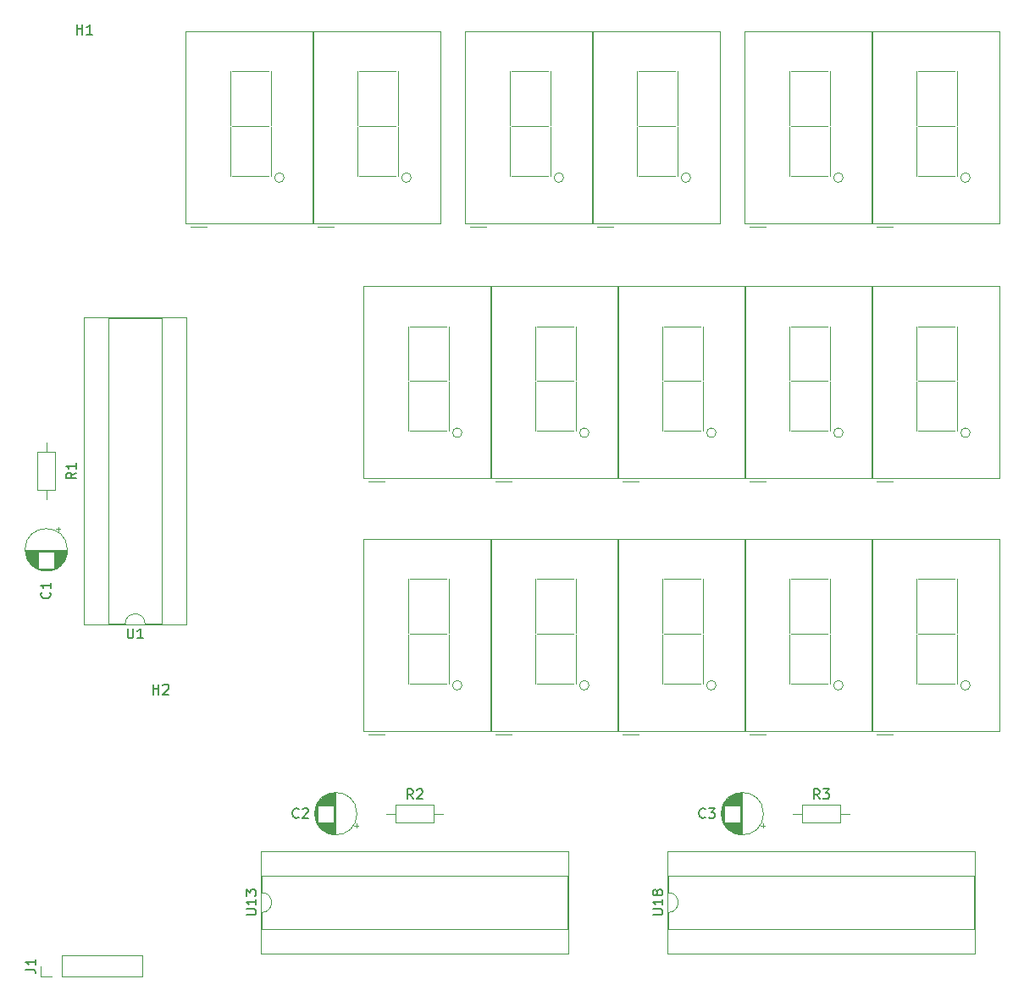
<source format=gto>
%TF.GenerationSoftware,KiCad,Pcbnew,7.0.8*%
%TF.CreationDate,2023-10-10T00:58:14-07:00*%
%TF.ProjectId,htpm_control_numericals,6874706d-5f63-46f6-9e74-726f6c5f6e75,1*%
%TF.SameCoordinates,Original*%
%TF.FileFunction,Legend,Top*%
%TF.FilePolarity,Positive*%
%FSLAX46Y46*%
G04 Gerber Fmt 4.6, Leading zero omitted, Abs format (unit mm)*
G04 Created by KiCad (PCBNEW 7.0.8) date 2023-10-10 00:58:14*
%MOMM*%
%LPD*%
G01*
G04 APERTURE LIST*
%ADD10C,0.150000*%
%ADD11C,0.120000*%
G04 APERTURE END LIST*
D10*
X108458095Y-109984819D02*
X108458095Y-108984819D01*
X108458095Y-109461009D02*
X109029523Y-109461009D01*
X109029523Y-109984819D02*
X109029523Y-108984819D01*
X109458095Y-109080057D02*
X109505714Y-109032438D01*
X109505714Y-109032438D02*
X109600952Y-108984819D01*
X109600952Y-108984819D02*
X109839047Y-108984819D01*
X109839047Y-108984819D02*
X109934285Y-109032438D01*
X109934285Y-109032438D02*
X109981904Y-109080057D01*
X109981904Y-109080057D02*
X110029523Y-109175295D01*
X110029523Y-109175295D02*
X110029523Y-109270533D01*
X110029523Y-109270533D02*
X109981904Y-109413390D01*
X109981904Y-109413390D02*
X109410476Y-109984819D01*
X109410476Y-109984819D02*
X110029523Y-109984819D01*
X100838095Y-43944819D02*
X100838095Y-42944819D01*
X100838095Y-43421009D02*
X101409523Y-43421009D01*
X101409523Y-43944819D02*
X101409523Y-42944819D01*
X102409523Y-43944819D02*
X101838095Y-43944819D01*
X102123809Y-43944819D02*
X102123809Y-42944819D01*
X102123809Y-42944819D02*
X102028571Y-43087676D01*
X102028571Y-43087676D02*
X101933333Y-43182914D01*
X101933333Y-43182914D02*
X101838095Y-43230533D01*
X134453333Y-120454819D02*
X134120000Y-119978628D01*
X133881905Y-120454819D02*
X133881905Y-119454819D01*
X133881905Y-119454819D02*
X134262857Y-119454819D01*
X134262857Y-119454819D02*
X134358095Y-119502438D01*
X134358095Y-119502438D02*
X134405714Y-119550057D01*
X134405714Y-119550057D02*
X134453333Y-119645295D01*
X134453333Y-119645295D02*
X134453333Y-119788152D01*
X134453333Y-119788152D02*
X134405714Y-119883390D01*
X134405714Y-119883390D02*
X134358095Y-119931009D01*
X134358095Y-119931009D02*
X134262857Y-119978628D01*
X134262857Y-119978628D02*
X133881905Y-119978628D01*
X134834286Y-119550057D02*
X134881905Y-119502438D01*
X134881905Y-119502438D02*
X134977143Y-119454819D01*
X134977143Y-119454819D02*
X135215238Y-119454819D01*
X135215238Y-119454819D02*
X135310476Y-119502438D01*
X135310476Y-119502438D02*
X135358095Y-119550057D01*
X135358095Y-119550057D02*
X135405714Y-119645295D01*
X135405714Y-119645295D02*
X135405714Y-119740533D01*
X135405714Y-119740533D02*
X135358095Y-119883390D01*
X135358095Y-119883390D02*
X134786667Y-120454819D01*
X134786667Y-120454819D02*
X135405714Y-120454819D01*
X175093333Y-120454819D02*
X174760000Y-119978628D01*
X174521905Y-120454819D02*
X174521905Y-119454819D01*
X174521905Y-119454819D02*
X174902857Y-119454819D01*
X174902857Y-119454819D02*
X174998095Y-119502438D01*
X174998095Y-119502438D02*
X175045714Y-119550057D01*
X175045714Y-119550057D02*
X175093333Y-119645295D01*
X175093333Y-119645295D02*
X175093333Y-119788152D01*
X175093333Y-119788152D02*
X175045714Y-119883390D01*
X175045714Y-119883390D02*
X174998095Y-119931009D01*
X174998095Y-119931009D02*
X174902857Y-119978628D01*
X174902857Y-119978628D02*
X174521905Y-119978628D01*
X175426667Y-119454819D02*
X176045714Y-119454819D01*
X176045714Y-119454819D02*
X175712381Y-119835771D01*
X175712381Y-119835771D02*
X175855238Y-119835771D01*
X175855238Y-119835771D02*
X175950476Y-119883390D01*
X175950476Y-119883390D02*
X175998095Y-119931009D01*
X175998095Y-119931009D02*
X176045714Y-120026247D01*
X176045714Y-120026247D02*
X176045714Y-120264342D01*
X176045714Y-120264342D02*
X175998095Y-120359580D01*
X175998095Y-120359580D02*
X175950476Y-120407200D01*
X175950476Y-120407200D02*
X175855238Y-120454819D01*
X175855238Y-120454819D02*
X175569524Y-120454819D01*
X175569524Y-120454819D02*
X175474286Y-120407200D01*
X175474286Y-120407200D02*
X175426667Y-120359580D01*
X117774819Y-132048094D02*
X118584342Y-132048094D01*
X118584342Y-132048094D02*
X118679580Y-132000475D01*
X118679580Y-132000475D02*
X118727200Y-131952856D01*
X118727200Y-131952856D02*
X118774819Y-131857618D01*
X118774819Y-131857618D02*
X118774819Y-131667142D01*
X118774819Y-131667142D02*
X118727200Y-131571904D01*
X118727200Y-131571904D02*
X118679580Y-131524285D01*
X118679580Y-131524285D02*
X118584342Y-131476666D01*
X118584342Y-131476666D02*
X117774819Y-131476666D01*
X118774819Y-130476666D02*
X118774819Y-131048094D01*
X118774819Y-130762380D02*
X117774819Y-130762380D01*
X117774819Y-130762380D02*
X117917676Y-130857618D01*
X117917676Y-130857618D02*
X118012914Y-130952856D01*
X118012914Y-130952856D02*
X118060533Y-131048094D01*
X117774819Y-130143332D02*
X117774819Y-129524285D01*
X117774819Y-129524285D02*
X118155771Y-129857618D01*
X118155771Y-129857618D02*
X118155771Y-129714761D01*
X118155771Y-129714761D02*
X118203390Y-129619523D01*
X118203390Y-129619523D02*
X118251009Y-129571904D01*
X118251009Y-129571904D02*
X118346247Y-129524285D01*
X118346247Y-129524285D02*
X118584342Y-129524285D01*
X118584342Y-129524285D02*
X118679580Y-129571904D01*
X118679580Y-129571904D02*
X118727200Y-129619523D01*
X118727200Y-129619523D02*
X118774819Y-129714761D01*
X118774819Y-129714761D02*
X118774819Y-130000475D01*
X118774819Y-130000475D02*
X118727200Y-130095713D01*
X118727200Y-130095713D02*
X118679580Y-130143332D01*
X105918095Y-103384819D02*
X105918095Y-104194342D01*
X105918095Y-104194342D02*
X105965714Y-104289580D01*
X105965714Y-104289580D02*
X106013333Y-104337200D01*
X106013333Y-104337200D02*
X106108571Y-104384819D01*
X106108571Y-104384819D02*
X106299047Y-104384819D01*
X106299047Y-104384819D02*
X106394285Y-104337200D01*
X106394285Y-104337200D02*
X106441904Y-104289580D01*
X106441904Y-104289580D02*
X106489523Y-104194342D01*
X106489523Y-104194342D02*
X106489523Y-103384819D01*
X107489523Y-104384819D02*
X106918095Y-104384819D01*
X107203809Y-104384819D02*
X107203809Y-103384819D01*
X107203809Y-103384819D02*
X107108571Y-103527676D01*
X107108571Y-103527676D02*
X107013333Y-103622914D01*
X107013333Y-103622914D02*
X106918095Y-103670533D01*
X100784819Y-87796666D02*
X100308628Y-88129999D01*
X100784819Y-88368094D02*
X99784819Y-88368094D01*
X99784819Y-88368094D02*
X99784819Y-87987142D01*
X99784819Y-87987142D02*
X99832438Y-87891904D01*
X99832438Y-87891904D02*
X99880057Y-87844285D01*
X99880057Y-87844285D02*
X99975295Y-87796666D01*
X99975295Y-87796666D02*
X100118152Y-87796666D01*
X100118152Y-87796666D02*
X100213390Y-87844285D01*
X100213390Y-87844285D02*
X100261009Y-87891904D01*
X100261009Y-87891904D02*
X100308628Y-87987142D01*
X100308628Y-87987142D02*
X100308628Y-88368094D01*
X100784819Y-86844285D02*
X100784819Y-87415713D01*
X100784819Y-87129999D02*
X99784819Y-87129999D01*
X99784819Y-87129999D02*
X99927676Y-87225237D01*
X99927676Y-87225237D02*
X100022914Y-87320475D01*
X100022914Y-87320475D02*
X100070533Y-87415713D01*
X158414819Y-132048094D02*
X159224342Y-132048094D01*
X159224342Y-132048094D02*
X159319580Y-132000475D01*
X159319580Y-132000475D02*
X159367200Y-131952856D01*
X159367200Y-131952856D02*
X159414819Y-131857618D01*
X159414819Y-131857618D02*
X159414819Y-131667142D01*
X159414819Y-131667142D02*
X159367200Y-131571904D01*
X159367200Y-131571904D02*
X159319580Y-131524285D01*
X159319580Y-131524285D02*
X159224342Y-131476666D01*
X159224342Y-131476666D02*
X158414819Y-131476666D01*
X159414819Y-130476666D02*
X159414819Y-131048094D01*
X159414819Y-130762380D02*
X158414819Y-130762380D01*
X158414819Y-130762380D02*
X158557676Y-130857618D01*
X158557676Y-130857618D02*
X158652914Y-130952856D01*
X158652914Y-130952856D02*
X158700533Y-131048094D01*
X158843390Y-129905237D02*
X158795771Y-130000475D01*
X158795771Y-130000475D02*
X158748152Y-130048094D01*
X158748152Y-130048094D02*
X158652914Y-130095713D01*
X158652914Y-130095713D02*
X158605295Y-130095713D01*
X158605295Y-130095713D02*
X158510057Y-130048094D01*
X158510057Y-130048094D02*
X158462438Y-130000475D01*
X158462438Y-130000475D02*
X158414819Y-129905237D01*
X158414819Y-129905237D02*
X158414819Y-129714761D01*
X158414819Y-129714761D02*
X158462438Y-129619523D01*
X158462438Y-129619523D02*
X158510057Y-129571904D01*
X158510057Y-129571904D02*
X158605295Y-129524285D01*
X158605295Y-129524285D02*
X158652914Y-129524285D01*
X158652914Y-129524285D02*
X158748152Y-129571904D01*
X158748152Y-129571904D02*
X158795771Y-129619523D01*
X158795771Y-129619523D02*
X158843390Y-129714761D01*
X158843390Y-129714761D02*
X158843390Y-129905237D01*
X158843390Y-129905237D02*
X158891009Y-130000475D01*
X158891009Y-130000475D02*
X158938628Y-130048094D01*
X158938628Y-130048094D02*
X159033866Y-130095713D01*
X159033866Y-130095713D02*
X159224342Y-130095713D01*
X159224342Y-130095713D02*
X159319580Y-130048094D01*
X159319580Y-130048094D02*
X159367200Y-130000475D01*
X159367200Y-130000475D02*
X159414819Y-129905237D01*
X159414819Y-129905237D02*
X159414819Y-129714761D01*
X159414819Y-129714761D02*
X159367200Y-129619523D01*
X159367200Y-129619523D02*
X159319580Y-129571904D01*
X159319580Y-129571904D02*
X159224342Y-129524285D01*
X159224342Y-129524285D02*
X159033866Y-129524285D01*
X159033866Y-129524285D02*
X158938628Y-129571904D01*
X158938628Y-129571904D02*
X158891009Y-129619523D01*
X158891009Y-129619523D02*
X158843390Y-129714761D01*
X95724819Y-137493333D02*
X96439104Y-137493333D01*
X96439104Y-137493333D02*
X96581961Y-137540952D01*
X96581961Y-137540952D02*
X96677200Y-137636190D01*
X96677200Y-137636190D02*
X96724819Y-137779047D01*
X96724819Y-137779047D02*
X96724819Y-137874285D01*
X96724819Y-136493333D02*
X96724819Y-137064761D01*
X96724819Y-136779047D02*
X95724819Y-136779047D01*
X95724819Y-136779047D02*
X95867676Y-136874285D01*
X95867676Y-136874285D02*
X95962914Y-136969523D01*
X95962914Y-136969523D02*
X96010533Y-137064761D01*
X123023333Y-122279580D02*
X122975714Y-122327200D01*
X122975714Y-122327200D02*
X122832857Y-122374819D01*
X122832857Y-122374819D02*
X122737619Y-122374819D01*
X122737619Y-122374819D02*
X122594762Y-122327200D01*
X122594762Y-122327200D02*
X122499524Y-122231961D01*
X122499524Y-122231961D02*
X122451905Y-122136723D01*
X122451905Y-122136723D02*
X122404286Y-121946247D01*
X122404286Y-121946247D02*
X122404286Y-121803390D01*
X122404286Y-121803390D02*
X122451905Y-121612914D01*
X122451905Y-121612914D02*
X122499524Y-121517676D01*
X122499524Y-121517676D02*
X122594762Y-121422438D01*
X122594762Y-121422438D02*
X122737619Y-121374819D01*
X122737619Y-121374819D02*
X122832857Y-121374819D01*
X122832857Y-121374819D02*
X122975714Y-121422438D01*
X122975714Y-121422438D02*
X123023333Y-121470057D01*
X123404286Y-121470057D02*
X123451905Y-121422438D01*
X123451905Y-121422438D02*
X123547143Y-121374819D01*
X123547143Y-121374819D02*
X123785238Y-121374819D01*
X123785238Y-121374819D02*
X123880476Y-121422438D01*
X123880476Y-121422438D02*
X123928095Y-121470057D01*
X123928095Y-121470057D02*
X123975714Y-121565295D01*
X123975714Y-121565295D02*
X123975714Y-121660533D01*
X123975714Y-121660533D02*
X123928095Y-121803390D01*
X123928095Y-121803390D02*
X123356667Y-122374819D01*
X123356667Y-122374819D02*
X123975714Y-122374819D01*
X163663333Y-122279580D02*
X163615714Y-122327200D01*
X163615714Y-122327200D02*
X163472857Y-122374819D01*
X163472857Y-122374819D02*
X163377619Y-122374819D01*
X163377619Y-122374819D02*
X163234762Y-122327200D01*
X163234762Y-122327200D02*
X163139524Y-122231961D01*
X163139524Y-122231961D02*
X163091905Y-122136723D01*
X163091905Y-122136723D02*
X163044286Y-121946247D01*
X163044286Y-121946247D02*
X163044286Y-121803390D01*
X163044286Y-121803390D02*
X163091905Y-121612914D01*
X163091905Y-121612914D02*
X163139524Y-121517676D01*
X163139524Y-121517676D02*
X163234762Y-121422438D01*
X163234762Y-121422438D02*
X163377619Y-121374819D01*
X163377619Y-121374819D02*
X163472857Y-121374819D01*
X163472857Y-121374819D02*
X163615714Y-121422438D01*
X163615714Y-121422438D02*
X163663333Y-121470057D01*
X163996667Y-121374819D02*
X164615714Y-121374819D01*
X164615714Y-121374819D02*
X164282381Y-121755771D01*
X164282381Y-121755771D02*
X164425238Y-121755771D01*
X164425238Y-121755771D02*
X164520476Y-121803390D01*
X164520476Y-121803390D02*
X164568095Y-121851009D01*
X164568095Y-121851009D02*
X164615714Y-121946247D01*
X164615714Y-121946247D02*
X164615714Y-122184342D01*
X164615714Y-122184342D02*
X164568095Y-122279580D01*
X164568095Y-122279580D02*
X164520476Y-122327200D01*
X164520476Y-122327200D02*
X164425238Y-122374819D01*
X164425238Y-122374819D02*
X164139524Y-122374819D01*
X164139524Y-122374819D02*
X164044286Y-122327200D01*
X164044286Y-122327200D02*
X163996667Y-122279580D01*
X98149580Y-99766666D02*
X98197200Y-99814285D01*
X98197200Y-99814285D02*
X98244819Y-99957142D01*
X98244819Y-99957142D02*
X98244819Y-100052380D01*
X98244819Y-100052380D02*
X98197200Y-100195237D01*
X98197200Y-100195237D02*
X98101961Y-100290475D01*
X98101961Y-100290475D02*
X98006723Y-100338094D01*
X98006723Y-100338094D02*
X97816247Y-100385713D01*
X97816247Y-100385713D02*
X97673390Y-100385713D01*
X97673390Y-100385713D02*
X97482914Y-100338094D01*
X97482914Y-100338094D02*
X97387676Y-100290475D01*
X97387676Y-100290475D02*
X97292438Y-100195237D01*
X97292438Y-100195237D02*
X97244819Y-100052380D01*
X97244819Y-100052380D02*
X97244819Y-99957142D01*
X97244819Y-99957142D02*
X97292438Y-99814285D01*
X97292438Y-99814285D02*
X97340057Y-99766666D01*
X98244819Y-98814285D02*
X98244819Y-99385713D01*
X98244819Y-99099999D02*
X97244819Y-99099999D01*
X97244819Y-99099999D02*
X97387676Y-99195237D01*
X97387676Y-99195237D02*
X97482914Y-99290475D01*
X97482914Y-99290475D02*
X97530533Y-99385713D01*
D11*
%TO.C,U12*%
X180810000Y-88700000D02*
X182420000Y-88700000D01*
X180330000Y-88350000D02*
X193050000Y-88350000D01*
X184947200Y-83616200D02*
X188630200Y-83616200D01*
X184769400Y-78714000D02*
X184769400Y-83616200D01*
X188808000Y-78714000D02*
X188808000Y-83616200D01*
X184947200Y-78612400D02*
X188630200Y-78612400D01*
X184769400Y-73176800D02*
X184769400Y-78536200D01*
X188808000Y-73176800D02*
X188808000Y-78536200D01*
X184947200Y-73151400D02*
X188630200Y-73151400D01*
X180330000Y-69130000D02*
X180330000Y-88350000D01*
X180330000Y-69130000D02*
X193050000Y-69130000D01*
X193050000Y-69130000D02*
X193050000Y-88350000D01*
X190152467Y-83802467D02*
G75*
G03*
X190152467Y-83802467I-472467J0D01*
G01*
%TO.C,U14*%
X180810000Y-113977500D02*
X182420000Y-113977500D01*
X180330000Y-113627500D02*
X193050000Y-113627500D01*
X184947200Y-108893700D02*
X188630200Y-108893700D01*
X184769400Y-103991500D02*
X184769400Y-108893700D01*
X188808000Y-103991500D02*
X188808000Y-108893700D01*
X184947200Y-103889900D02*
X188630200Y-103889900D01*
X184769400Y-98454300D02*
X184769400Y-103813700D01*
X188808000Y-98454300D02*
X188808000Y-103813700D01*
X184947200Y-98428900D02*
X188630200Y-98428900D01*
X180330000Y-94407500D02*
X180330000Y-113627500D01*
X180330000Y-94407500D02*
X193050000Y-94407500D01*
X193050000Y-94407500D02*
X193050000Y-113627500D01*
X190152467Y-109079967D02*
G75*
G03*
X190152467Y-109079967I-472467J0D01*
G01*
%TO.C,U16*%
X155410000Y-113977500D02*
X157020000Y-113977500D01*
X154930000Y-113627500D02*
X167650000Y-113627500D01*
X159547200Y-108893700D02*
X163230200Y-108893700D01*
X159369400Y-103991500D02*
X159369400Y-108893700D01*
X163408000Y-103991500D02*
X163408000Y-108893700D01*
X159547200Y-103889900D02*
X163230200Y-103889900D01*
X159369400Y-98454300D02*
X159369400Y-103813700D01*
X163408000Y-98454300D02*
X163408000Y-103813700D01*
X159547200Y-98428900D02*
X163230200Y-98428900D01*
X154930000Y-94407500D02*
X154930000Y-113627500D01*
X154930000Y-94407500D02*
X167650000Y-94407500D01*
X167650000Y-94407500D02*
X167650000Y-113627500D01*
X164752467Y-109079967D02*
G75*
G03*
X164752467Y-109079967I-472467J0D01*
G01*
%TO.C,U11*%
X168110000Y-88700000D02*
X169720000Y-88700000D01*
X167630000Y-88350000D02*
X180350000Y-88350000D01*
X172247200Y-83616200D02*
X175930200Y-83616200D01*
X172069400Y-78714000D02*
X172069400Y-83616200D01*
X176108000Y-78714000D02*
X176108000Y-83616200D01*
X172247200Y-78612400D02*
X175930200Y-78612400D01*
X172069400Y-73176800D02*
X172069400Y-78536200D01*
X176108000Y-73176800D02*
X176108000Y-78536200D01*
X172247200Y-73151400D02*
X175930200Y-73151400D01*
X167630000Y-69130000D02*
X167630000Y-88350000D01*
X167630000Y-69130000D02*
X180350000Y-69130000D01*
X180350000Y-69130000D02*
X180350000Y-88350000D01*
X177452467Y-83802467D02*
G75*
G03*
X177452467Y-83802467I-472467J0D01*
G01*
%TO.C,U17*%
X142710000Y-113977500D02*
X144320000Y-113977500D01*
X142230000Y-113627500D02*
X154950000Y-113627500D01*
X146847200Y-108893700D02*
X150530200Y-108893700D01*
X146669400Y-103991500D02*
X146669400Y-108893700D01*
X150708000Y-103991500D02*
X150708000Y-108893700D01*
X146847200Y-103889900D02*
X150530200Y-103889900D01*
X146669400Y-98454300D02*
X146669400Y-103813700D01*
X150708000Y-98454300D02*
X150708000Y-103813700D01*
X146847200Y-98428900D02*
X150530200Y-98428900D01*
X142230000Y-94407500D02*
X142230000Y-113627500D01*
X142230000Y-94407500D02*
X154950000Y-94407500D01*
X154950000Y-94407500D02*
X154950000Y-113627500D01*
X152052467Y-109079967D02*
G75*
G03*
X152052467Y-109079967I-472467J0D01*
G01*
%TO.C,R2*%
X131750000Y-121920000D02*
X132700000Y-121920000D01*
X132700000Y-121000000D02*
X132700000Y-122840000D01*
X132700000Y-122840000D02*
X136540000Y-122840000D01*
X136540000Y-121000000D02*
X132700000Y-121000000D01*
X136540000Y-122840000D02*
X136540000Y-121000000D01*
X137490000Y-121920000D02*
X136540000Y-121920000D01*
%TO.C,R3*%
X172390000Y-121920000D02*
X173340000Y-121920000D01*
X173340000Y-121000000D02*
X173340000Y-122840000D01*
X173340000Y-122840000D02*
X177180000Y-122840000D01*
X177180000Y-121000000D02*
X173340000Y-121000000D01*
X177180000Y-122840000D02*
X177180000Y-121000000D01*
X178130000Y-121920000D02*
X177180000Y-121920000D01*
%TO.C,U13*%
X119260000Y-135950000D02*
X149980000Y-135950000D01*
X149980000Y-135950000D02*
X149980000Y-125670000D01*
X119320000Y-133460000D02*
X149920000Y-133460000D01*
X149920000Y-133460000D02*
X149920000Y-128160000D01*
X119320000Y-131810000D02*
X119320000Y-133460000D01*
X119320000Y-128160000D02*
X119320000Y-129810000D01*
X149920000Y-128160000D02*
X119320000Y-128160000D01*
X119260000Y-125670000D02*
X119260000Y-135950000D01*
X149980000Y-125670000D02*
X119260000Y-125670000D01*
X119320000Y-131810000D02*
G75*
G03*
X119320000Y-129810000I0J1000000D01*
G01*
%TO.C,U1*%
X111820000Y-102990000D02*
X111820000Y-72270000D01*
X111820000Y-72270000D02*
X101540000Y-72270000D01*
X109330000Y-102930000D02*
X109330000Y-72330000D01*
X109330000Y-72330000D02*
X104030000Y-72330000D01*
X107680000Y-102930000D02*
X109330000Y-102930000D01*
X104030000Y-102930000D02*
X105680000Y-102930000D01*
X104030000Y-72330000D02*
X104030000Y-102930000D01*
X101540000Y-102990000D02*
X111820000Y-102990000D01*
X101540000Y-72270000D02*
X101540000Y-102990000D01*
X107680000Y-102930000D02*
G75*
G03*
X105680000Y-102930000I-1000000J0D01*
G01*
%TO.C,R1*%
X97790000Y-90500000D02*
X97790000Y-89550000D01*
X96870000Y-89550000D02*
X98710000Y-89550000D01*
X98710000Y-89550000D02*
X98710000Y-85710000D01*
X96870000Y-85710000D02*
X96870000Y-89550000D01*
X98710000Y-85710000D02*
X96870000Y-85710000D01*
X97790000Y-84760000D02*
X97790000Y-85710000D01*
%TO.C,U5*%
X152870000Y-63177500D02*
X154480000Y-63177500D01*
X152390000Y-62827500D02*
X165110000Y-62827500D01*
X157007200Y-58093700D02*
X160690200Y-58093700D01*
X156829400Y-53191500D02*
X156829400Y-58093700D01*
X160868000Y-53191500D02*
X160868000Y-58093700D01*
X157007200Y-53089900D02*
X160690200Y-53089900D01*
X156829400Y-47654300D02*
X156829400Y-53013700D01*
X160868000Y-47654300D02*
X160868000Y-53013700D01*
X157007200Y-47628900D02*
X160690200Y-47628900D01*
X152390000Y-43607500D02*
X152390000Y-62827500D01*
X152390000Y-43607500D02*
X165110000Y-43607500D01*
X165110000Y-43607500D02*
X165110000Y-62827500D01*
X162212467Y-58279967D02*
G75*
G03*
X162212467Y-58279967I-472467J0D01*
G01*
%TO.C,U19*%
X130010000Y-113977500D02*
X131620000Y-113977500D01*
X129530000Y-113627500D02*
X142250000Y-113627500D01*
X134147200Y-108893700D02*
X137830200Y-108893700D01*
X133969400Y-103991500D02*
X133969400Y-108893700D01*
X138008000Y-103991500D02*
X138008000Y-108893700D01*
X134147200Y-103889900D02*
X137830200Y-103889900D01*
X133969400Y-98454300D02*
X133969400Y-103813700D01*
X138008000Y-98454300D02*
X138008000Y-103813700D01*
X134147200Y-98428900D02*
X137830200Y-98428900D01*
X129530000Y-94407500D02*
X129530000Y-113627500D01*
X129530000Y-94407500D02*
X142250000Y-94407500D01*
X142250000Y-94407500D02*
X142250000Y-113627500D01*
X139352467Y-109079967D02*
G75*
G03*
X139352467Y-109079967I-472467J0D01*
G01*
%TO.C,U18*%
X159900000Y-135950000D02*
X190620000Y-135950000D01*
X190620000Y-135950000D02*
X190620000Y-125670000D01*
X159960000Y-133460000D02*
X190560000Y-133460000D01*
X190560000Y-133460000D02*
X190560000Y-128160000D01*
X159960000Y-131810000D02*
X159960000Y-133460000D01*
X159960000Y-128160000D02*
X159960000Y-129810000D01*
X190560000Y-128160000D02*
X159960000Y-128160000D01*
X159900000Y-125670000D02*
X159900000Y-135950000D01*
X190620000Y-125670000D02*
X159900000Y-125670000D01*
X159960000Y-131810000D02*
G75*
G03*
X159960000Y-129810000I0J1000000D01*
G01*
%TO.C,U15*%
X168110000Y-113977500D02*
X169720000Y-113977500D01*
X167630000Y-113627500D02*
X180350000Y-113627500D01*
X172247200Y-108893700D02*
X175930200Y-108893700D01*
X172069400Y-103991500D02*
X172069400Y-108893700D01*
X176108000Y-103991500D02*
X176108000Y-108893700D01*
X172247200Y-103889900D02*
X175930200Y-103889900D01*
X172069400Y-98454300D02*
X172069400Y-103813700D01*
X176108000Y-98454300D02*
X176108000Y-103813700D01*
X172247200Y-98428900D02*
X175930200Y-98428900D01*
X167630000Y-94407500D02*
X167630000Y-113627500D01*
X167630000Y-94407500D02*
X180350000Y-94407500D01*
X180350000Y-94407500D02*
X180350000Y-113627500D01*
X177452467Y-109079967D02*
G75*
G03*
X177452467Y-109079967I-472467J0D01*
G01*
%TO.C,U9*%
X142710000Y-88700000D02*
X144320000Y-88700000D01*
X142230000Y-88350000D02*
X154950000Y-88350000D01*
X146847200Y-83616200D02*
X150530200Y-83616200D01*
X146669400Y-78714000D02*
X146669400Y-83616200D01*
X150708000Y-78714000D02*
X150708000Y-83616200D01*
X146847200Y-78612400D02*
X150530200Y-78612400D01*
X146669400Y-73176800D02*
X146669400Y-78536200D01*
X150708000Y-73176800D02*
X150708000Y-78536200D01*
X146847200Y-73151400D02*
X150530200Y-73151400D01*
X142230000Y-69130000D02*
X142230000Y-88350000D01*
X142230000Y-69130000D02*
X154950000Y-69130000D01*
X154950000Y-69130000D02*
X154950000Y-88350000D01*
X152052467Y-83802467D02*
G75*
G03*
X152052467Y-83802467I-472467J0D01*
G01*
%TO.C,U6*%
X168110000Y-63177500D02*
X169720000Y-63177500D01*
X167630000Y-62827500D02*
X180350000Y-62827500D01*
X172247200Y-58093700D02*
X175930200Y-58093700D01*
X172069400Y-53191500D02*
X172069400Y-58093700D01*
X176108000Y-53191500D02*
X176108000Y-58093700D01*
X172247200Y-53089900D02*
X175930200Y-53089900D01*
X172069400Y-47654300D02*
X172069400Y-53013700D01*
X176108000Y-47654300D02*
X176108000Y-53013700D01*
X172247200Y-47628900D02*
X175930200Y-47628900D01*
X167630000Y-43607500D02*
X167630000Y-62827500D01*
X167630000Y-43607500D02*
X180350000Y-43607500D01*
X180350000Y-43607500D02*
X180350000Y-62827500D01*
X177452467Y-58279967D02*
G75*
G03*
X177452467Y-58279967I-472467J0D01*
G01*
%TO.C,U8*%
X130010000Y-88700000D02*
X131620000Y-88700000D01*
X129530000Y-88350000D02*
X142250000Y-88350000D01*
X134147200Y-83616200D02*
X137830200Y-83616200D01*
X133969400Y-78714000D02*
X133969400Y-83616200D01*
X138008000Y-78714000D02*
X138008000Y-83616200D01*
X134147200Y-78612400D02*
X137830200Y-78612400D01*
X133969400Y-73176800D02*
X133969400Y-78536200D01*
X138008000Y-73176800D02*
X138008000Y-78536200D01*
X134147200Y-73151400D02*
X137830200Y-73151400D01*
X129530000Y-69130000D02*
X129530000Y-88350000D01*
X129530000Y-69130000D02*
X142250000Y-69130000D01*
X142250000Y-69130000D02*
X142250000Y-88350000D01*
X139352467Y-83802467D02*
G75*
G03*
X139352467Y-83802467I-472467J0D01*
G01*
%TO.C,J1*%
X97270000Y-138220000D02*
X97270000Y-137160000D01*
X98330000Y-138220000D02*
X97270000Y-138220000D01*
X99330000Y-138220000D02*
X107390000Y-138220000D01*
X99330000Y-138220000D02*
X99330000Y-136100000D01*
X107390000Y-138220000D02*
X107390000Y-136100000D01*
X99330000Y-136100000D02*
X107390000Y-136100000D01*
%TO.C,U10*%
X155410000Y-88700000D02*
X157020000Y-88700000D01*
X154930000Y-88350000D02*
X167650000Y-88350000D01*
X159547200Y-83616200D02*
X163230200Y-83616200D01*
X159369400Y-78714000D02*
X159369400Y-83616200D01*
X163408000Y-78714000D02*
X163408000Y-83616200D01*
X159547200Y-78612400D02*
X163230200Y-78612400D01*
X159369400Y-73176800D02*
X159369400Y-78536200D01*
X163408000Y-73176800D02*
X163408000Y-78536200D01*
X159547200Y-73151400D02*
X163230200Y-73151400D01*
X154930000Y-69130000D02*
X154930000Y-88350000D01*
X154930000Y-69130000D02*
X167650000Y-69130000D01*
X167650000Y-69130000D02*
X167650000Y-88350000D01*
X164752467Y-83802467D02*
G75*
G03*
X164752467Y-83802467I-472467J0D01*
G01*
%TO.C,U2*%
X112230000Y-63177500D02*
X113840000Y-63177500D01*
X111750000Y-62827500D02*
X124470000Y-62827500D01*
X116367200Y-58093700D02*
X120050200Y-58093700D01*
X116189400Y-53191500D02*
X116189400Y-58093700D01*
X120228000Y-53191500D02*
X120228000Y-58093700D01*
X116367200Y-53089900D02*
X120050200Y-53089900D01*
X116189400Y-47654300D02*
X116189400Y-53013700D01*
X120228000Y-47654300D02*
X120228000Y-53013700D01*
X116367200Y-47628900D02*
X120050200Y-47628900D01*
X111750000Y-43607500D02*
X111750000Y-62827500D01*
X111750000Y-43607500D02*
X124470000Y-43607500D01*
X124470000Y-43607500D02*
X124470000Y-62827500D01*
X121572467Y-58279967D02*
G75*
G03*
X121572467Y-58279967I-472467J0D01*
G01*
%TO.C,U4*%
X140170000Y-63177500D02*
X141780000Y-63177500D01*
X139690000Y-62827500D02*
X152410000Y-62827500D01*
X144307200Y-58093700D02*
X147990200Y-58093700D01*
X144129400Y-53191500D02*
X144129400Y-58093700D01*
X148168000Y-53191500D02*
X148168000Y-58093700D01*
X144307200Y-53089900D02*
X147990200Y-53089900D01*
X144129400Y-47654300D02*
X144129400Y-53013700D01*
X148168000Y-47654300D02*
X148168000Y-53013700D01*
X144307200Y-47628900D02*
X147990200Y-47628900D01*
X139690000Y-43607500D02*
X139690000Y-62827500D01*
X139690000Y-43607500D02*
X152410000Y-43607500D01*
X152410000Y-43607500D02*
X152410000Y-62827500D01*
X149512467Y-58279967D02*
G75*
G03*
X149512467Y-58279967I-472467J0D01*
G01*
%TO.C,C2*%
X128999801Y-123115000D02*
X128599801Y-123115000D01*
X128799801Y-123315000D02*
X128799801Y-122915000D01*
X126730000Y-124000000D02*
X126730000Y-119840000D01*
X126690000Y-124000000D02*
X126690000Y-119840000D01*
X126650000Y-123999000D02*
X126650000Y-119841000D01*
X126610000Y-123997000D02*
X126610000Y-119843000D01*
X126570000Y-123994000D02*
X126570000Y-119846000D01*
X126530000Y-123991000D02*
X126530000Y-122760000D01*
X126530000Y-121080000D02*
X126530000Y-119849000D01*
X126490000Y-123987000D02*
X126490000Y-122760000D01*
X126490000Y-121080000D02*
X126490000Y-119853000D01*
X126450000Y-123982000D02*
X126450000Y-122760000D01*
X126450000Y-121080000D02*
X126450000Y-119858000D01*
X126410000Y-123976000D02*
X126410000Y-122760000D01*
X126410000Y-121080000D02*
X126410000Y-119864000D01*
X126370000Y-123970000D02*
X126370000Y-122760000D01*
X126370000Y-121080000D02*
X126370000Y-119870000D01*
X126330000Y-123962000D02*
X126330000Y-122760000D01*
X126330000Y-121080000D02*
X126330000Y-119878000D01*
X126290000Y-123954000D02*
X126290000Y-122760000D01*
X126290000Y-121080000D02*
X126290000Y-119886000D01*
X126250000Y-123945000D02*
X126250000Y-122760000D01*
X126250000Y-121080000D02*
X126250000Y-119895000D01*
X126210000Y-123936000D02*
X126210000Y-122760000D01*
X126210000Y-121080000D02*
X126210000Y-119904000D01*
X126170000Y-123925000D02*
X126170000Y-122760000D01*
X126170000Y-121080000D02*
X126170000Y-119915000D01*
X126130000Y-123914000D02*
X126130000Y-122760000D01*
X126130000Y-121080000D02*
X126130000Y-119926000D01*
X126090000Y-123902000D02*
X126090000Y-122760000D01*
X126090000Y-121080000D02*
X126090000Y-119938000D01*
X126050000Y-123888000D02*
X126050000Y-122760000D01*
X126050000Y-121080000D02*
X126050000Y-119952000D01*
X126009000Y-123874000D02*
X126009000Y-122760000D01*
X126009000Y-121080000D02*
X126009000Y-119966000D01*
X125969000Y-123860000D02*
X125969000Y-122760000D01*
X125969000Y-121080000D02*
X125969000Y-119980000D01*
X125929000Y-123844000D02*
X125929000Y-122760000D01*
X125929000Y-121080000D02*
X125929000Y-119996000D01*
X125889000Y-123827000D02*
X125889000Y-122760000D01*
X125889000Y-121080000D02*
X125889000Y-120013000D01*
X125849000Y-123809000D02*
X125849000Y-122760000D01*
X125849000Y-121080000D02*
X125849000Y-120031000D01*
X125809000Y-123790000D02*
X125809000Y-122760000D01*
X125809000Y-121080000D02*
X125809000Y-120050000D01*
X125769000Y-123771000D02*
X125769000Y-122760000D01*
X125769000Y-121080000D02*
X125769000Y-120069000D01*
X125729000Y-123750000D02*
X125729000Y-122760000D01*
X125729000Y-121080000D02*
X125729000Y-120090000D01*
X125689000Y-123728000D02*
X125689000Y-122760000D01*
X125689000Y-121080000D02*
X125689000Y-120112000D01*
X125649000Y-123705000D02*
X125649000Y-122760000D01*
X125649000Y-121080000D02*
X125649000Y-120135000D01*
X125609000Y-123680000D02*
X125609000Y-122760000D01*
X125609000Y-121080000D02*
X125609000Y-120160000D01*
X125569000Y-123655000D02*
X125569000Y-122760000D01*
X125569000Y-121080000D02*
X125569000Y-120185000D01*
X125529000Y-123628000D02*
X125529000Y-122760000D01*
X125529000Y-121080000D02*
X125529000Y-120212000D01*
X125489000Y-123600000D02*
X125489000Y-122760000D01*
X125489000Y-121080000D02*
X125489000Y-120240000D01*
X125449000Y-123570000D02*
X125449000Y-122760000D01*
X125449000Y-121080000D02*
X125449000Y-120270000D01*
X125409000Y-123539000D02*
X125409000Y-122760000D01*
X125409000Y-121080000D02*
X125409000Y-120301000D01*
X125369000Y-123507000D02*
X125369000Y-122760000D01*
X125369000Y-121080000D02*
X125369000Y-120333000D01*
X125329000Y-123472000D02*
X125329000Y-122760000D01*
X125329000Y-121080000D02*
X125329000Y-120368000D01*
X125289000Y-123436000D02*
X125289000Y-122760000D01*
X125289000Y-121080000D02*
X125289000Y-120404000D01*
X125249000Y-123398000D02*
X125249000Y-122760000D01*
X125249000Y-121080000D02*
X125249000Y-120442000D01*
X125209000Y-123358000D02*
X125209000Y-122760000D01*
X125209000Y-121080000D02*
X125209000Y-120482000D01*
X125169000Y-123316000D02*
X125169000Y-122760000D01*
X125169000Y-121080000D02*
X125169000Y-120524000D01*
X125129000Y-123271000D02*
X125129000Y-122760000D01*
X125129000Y-121080000D02*
X125129000Y-120569000D01*
X125089000Y-123224000D02*
X125089000Y-122760000D01*
X125089000Y-121080000D02*
X125089000Y-120616000D01*
X125049000Y-123174000D02*
X125049000Y-122760000D01*
X125049000Y-121080000D02*
X125049000Y-120666000D01*
X125009000Y-123120000D02*
X125009000Y-122760000D01*
X125009000Y-121080000D02*
X125009000Y-120720000D01*
X124969000Y-123062000D02*
X124969000Y-122760000D01*
X124969000Y-121080000D02*
X124969000Y-120778000D01*
X124929000Y-123000000D02*
X124929000Y-122760000D01*
X124929000Y-121080000D02*
X124929000Y-120840000D01*
X124889000Y-122933000D02*
X124889000Y-120907000D01*
X124849000Y-122860000D02*
X124849000Y-120980000D01*
X124809000Y-122779000D02*
X124809000Y-121061000D01*
X124769000Y-122688000D02*
X124769000Y-121152000D01*
X124729000Y-122584000D02*
X124729000Y-121256000D01*
X124689000Y-122457000D02*
X124689000Y-121383000D01*
X124649000Y-122290000D02*
X124649000Y-121550000D01*
X128850000Y-121920000D02*
G75*
G03*
X128850000Y-121920000I-2120000J0D01*
G01*
%TO.C,C3*%
X169639801Y-123115000D02*
X169239801Y-123115000D01*
X169439801Y-123315000D02*
X169439801Y-122915000D01*
X167370000Y-124000000D02*
X167370000Y-119840000D01*
X167330000Y-124000000D02*
X167330000Y-119840000D01*
X167290000Y-123999000D02*
X167290000Y-119841000D01*
X167250000Y-123997000D02*
X167250000Y-119843000D01*
X167210000Y-123994000D02*
X167210000Y-119846000D01*
X167170000Y-123991000D02*
X167170000Y-122760000D01*
X167170000Y-121080000D02*
X167170000Y-119849000D01*
X167130000Y-123987000D02*
X167130000Y-122760000D01*
X167130000Y-121080000D02*
X167130000Y-119853000D01*
X167090000Y-123982000D02*
X167090000Y-122760000D01*
X167090000Y-121080000D02*
X167090000Y-119858000D01*
X167050000Y-123976000D02*
X167050000Y-122760000D01*
X167050000Y-121080000D02*
X167050000Y-119864000D01*
X167010000Y-123970000D02*
X167010000Y-122760000D01*
X167010000Y-121080000D02*
X167010000Y-119870000D01*
X166970000Y-123962000D02*
X166970000Y-122760000D01*
X166970000Y-121080000D02*
X166970000Y-119878000D01*
X166930000Y-123954000D02*
X166930000Y-122760000D01*
X166930000Y-121080000D02*
X166930000Y-119886000D01*
X166890000Y-123945000D02*
X166890000Y-122760000D01*
X166890000Y-121080000D02*
X166890000Y-119895000D01*
X166850000Y-123936000D02*
X166850000Y-122760000D01*
X166850000Y-121080000D02*
X166850000Y-119904000D01*
X166810000Y-123925000D02*
X166810000Y-122760000D01*
X166810000Y-121080000D02*
X166810000Y-119915000D01*
X166770000Y-123914000D02*
X166770000Y-122760000D01*
X166770000Y-121080000D02*
X166770000Y-119926000D01*
X166730000Y-123902000D02*
X166730000Y-122760000D01*
X166730000Y-121080000D02*
X166730000Y-119938000D01*
X166690000Y-123888000D02*
X166690000Y-122760000D01*
X166690000Y-121080000D02*
X166690000Y-119952000D01*
X166649000Y-123874000D02*
X166649000Y-122760000D01*
X166649000Y-121080000D02*
X166649000Y-119966000D01*
X166609000Y-123860000D02*
X166609000Y-122760000D01*
X166609000Y-121080000D02*
X166609000Y-119980000D01*
X166569000Y-123844000D02*
X166569000Y-122760000D01*
X166569000Y-121080000D02*
X166569000Y-119996000D01*
X166529000Y-123827000D02*
X166529000Y-122760000D01*
X166529000Y-121080000D02*
X166529000Y-120013000D01*
X166489000Y-123809000D02*
X166489000Y-122760000D01*
X166489000Y-121080000D02*
X166489000Y-120031000D01*
X166449000Y-123790000D02*
X166449000Y-122760000D01*
X166449000Y-121080000D02*
X166449000Y-120050000D01*
X166409000Y-123771000D02*
X166409000Y-122760000D01*
X166409000Y-121080000D02*
X166409000Y-120069000D01*
X166369000Y-123750000D02*
X166369000Y-122760000D01*
X166369000Y-121080000D02*
X166369000Y-120090000D01*
X166329000Y-123728000D02*
X166329000Y-122760000D01*
X166329000Y-121080000D02*
X166329000Y-120112000D01*
X166289000Y-123705000D02*
X166289000Y-122760000D01*
X166289000Y-121080000D02*
X166289000Y-120135000D01*
X166249000Y-123680000D02*
X166249000Y-122760000D01*
X166249000Y-121080000D02*
X166249000Y-120160000D01*
X166209000Y-123655000D02*
X166209000Y-122760000D01*
X166209000Y-121080000D02*
X166209000Y-120185000D01*
X166169000Y-123628000D02*
X166169000Y-122760000D01*
X166169000Y-121080000D02*
X166169000Y-120212000D01*
X166129000Y-123600000D02*
X166129000Y-122760000D01*
X166129000Y-121080000D02*
X166129000Y-120240000D01*
X166089000Y-123570000D02*
X166089000Y-122760000D01*
X166089000Y-121080000D02*
X166089000Y-120270000D01*
X166049000Y-123539000D02*
X166049000Y-122760000D01*
X166049000Y-121080000D02*
X166049000Y-120301000D01*
X166009000Y-123507000D02*
X166009000Y-122760000D01*
X166009000Y-121080000D02*
X166009000Y-120333000D01*
X165969000Y-123472000D02*
X165969000Y-122760000D01*
X165969000Y-121080000D02*
X165969000Y-120368000D01*
X165929000Y-123436000D02*
X165929000Y-122760000D01*
X165929000Y-121080000D02*
X165929000Y-120404000D01*
X165889000Y-123398000D02*
X165889000Y-122760000D01*
X165889000Y-121080000D02*
X165889000Y-120442000D01*
X165849000Y-123358000D02*
X165849000Y-122760000D01*
X165849000Y-121080000D02*
X165849000Y-120482000D01*
X165809000Y-123316000D02*
X165809000Y-122760000D01*
X165809000Y-121080000D02*
X165809000Y-120524000D01*
X165769000Y-123271000D02*
X165769000Y-122760000D01*
X165769000Y-121080000D02*
X165769000Y-120569000D01*
X165729000Y-123224000D02*
X165729000Y-122760000D01*
X165729000Y-121080000D02*
X165729000Y-120616000D01*
X165689000Y-123174000D02*
X165689000Y-122760000D01*
X165689000Y-121080000D02*
X165689000Y-120666000D01*
X165649000Y-123120000D02*
X165649000Y-122760000D01*
X165649000Y-121080000D02*
X165649000Y-120720000D01*
X165609000Y-123062000D02*
X165609000Y-122760000D01*
X165609000Y-121080000D02*
X165609000Y-120778000D01*
X165569000Y-123000000D02*
X165569000Y-122760000D01*
X165569000Y-121080000D02*
X165569000Y-120840000D01*
X165529000Y-122933000D02*
X165529000Y-120907000D01*
X165489000Y-122860000D02*
X165489000Y-120980000D01*
X165449000Y-122779000D02*
X165449000Y-121061000D01*
X165409000Y-122688000D02*
X165409000Y-121152000D01*
X165369000Y-122584000D02*
X165369000Y-121256000D01*
X165329000Y-122457000D02*
X165329000Y-121383000D01*
X165289000Y-122290000D02*
X165289000Y-121550000D01*
X169490000Y-121920000D02*
G75*
G03*
X169490000Y-121920000I-2120000J0D01*
G01*
%TO.C,U7*%
X180810000Y-63177500D02*
X182420000Y-63177500D01*
X180330000Y-62827500D02*
X193050000Y-62827500D01*
X184947200Y-58093700D02*
X188630200Y-58093700D01*
X184769400Y-53191500D02*
X184769400Y-58093700D01*
X188808000Y-53191500D02*
X188808000Y-58093700D01*
X184947200Y-53089900D02*
X188630200Y-53089900D01*
X184769400Y-47654300D02*
X184769400Y-53013700D01*
X188808000Y-47654300D02*
X188808000Y-53013700D01*
X184947200Y-47628900D02*
X188630200Y-47628900D01*
X180330000Y-43607500D02*
X180330000Y-62827500D01*
X180330000Y-43607500D02*
X193050000Y-43607500D01*
X193050000Y-43607500D02*
X193050000Y-62827500D01*
X190152467Y-58279967D02*
G75*
G03*
X190152467Y-58279967I-472467J0D01*
G01*
%TO.C,U3*%
X124930000Y-63177500D02*
X126540000Y-63177500D01*
X124450000Y-62827500D02*
X137170000Y-62827500D01*
X129067200Y-58093700D02*
X132750200Y-58093700D01*
X128889400Y-53191500D02*
X128889400Y-58093700D01*
X132928000Y-53191500D02*
X132928000Y-58093700D01*
X129067200Y-53089900D02*
X132750200Y-53089900D01*
X128889400Y-47654300D02*
X128889400Y-53013700D01*
X132928000Y-47654300D02*
X132928000Y-53013700D01*
X129067200Y-47628900D02*
X132750200Y-47628900D01*
X124450000Y-43607500D02*
X124450000Y-62827500D01*
X124450000Y-43607500D02*
X137170000Y-43607500D01*
X137170000Y-43607500D02*
X137170000Y-62827500D01*
X134272467Y-58279967D02*
G75*
G03*
X134272467Y-58279967I-472467J0D01*
G01*
%TO.C,C1*%
X98985000Y-93250199D02*
X98985000Y-93650199D01*
X99185000Y-93450199D02*
X98785000Y-93450199D01*
X99870000Y-95520000D02*
X95710000Y-95520000D01*
X99870000Y-95560000D02*
X95710000Y-95560000D01*
X99869000Y-95600000D02*
X95711000Y-95600000D01*
X99867000Y-95640000D02*
X95713000Y-95640000D01*
X99864000Y-95680000D02*
X95716000Y-95680000D01*
X99861000Y-95720000D02*
X98630000Y-95720000D01*
X96950000Y-95720000D02*
X95719000Y-95720000D01*
X99857000Y-95760000D02*
X98630000Y-95760000D01*
X96950000Y-95760000D02*
X95723000Y-95760000D01*
X99852000Y-95800000D02*
X98630000Y-95800000D01*
X96950000Y-95800000D02*
X95728000Y-95800000D01*
X99846000Y-95840000D02*
X98630000Y-95840000D01*
X96950000Y-95840000D02*
X95734000Y-95840000D01*
X99840000Y-95880000D02*
X98630000Y-95880000D01*
X96950000Y-95880000D02*
X95740000Y-95880000D01*
X99832000Y-95920000D02*
X98630000Y-95920000D01*
X96950000Y-95920000D02*
X95748000Y-95920000D01*
X99824000Y-95960000D02*
X98630000Y-95960000D01*
X96950000Y-95960000D02*
X95756000Y-95960000D01*
X99815000Y-96000000D02*
X98630000Y-96000000D01*
X96950000Y-96000000D02*
X95765000Y-96000000D01*
X99806000Y-96040000D02*
X98630000Y-96040000D01*
X96950000Y-96040000D02*
X95774000Y-96040000D01*
X99795000Y-96080000D02*
X98630000Y-96080000D01*
X96950000Y-96080000D02*
X95785000Y-96080000D01*
X99784000Y-96120000D02*
X98630000Y-96120000D01*
X96950000Y-96120000D02*
X95796000Y-96120000D01*
X99772000Y-96160000D02*
X98630000Y-96160000D01*
X96950000Y-96160000D02*
X95808000Y-96160000D01*
X99758000Y-96200000D02*
X98630000Y-96200000D01*
X96950000Y-96200000D02*
X95822000Y-96200000D01*
X99744000Y-96241000D02*
X98630000Y-96241000D01*
X96950000Y-96241000D02*
X95836000Y-96241000D01*
X99730000Y-96281000D02*
X98630000Y-96281000D01*
X96950000Y-96281000D02*
X95850000Y-96281000D01*
X99714000Y-96321000D02*
X98630000Y-96321000D01*
X96950000Y-96321000D02*
X95866000Y-96321000D01*
X99697000Y-96361000D02*
X98630000Y-96361000D01*
X96950000Y-96361000D02*
X95883000Y-96361000D01*
X99679000Y-96401000D02*
X98630000Y-96401000D01*
X96950000Y-96401000D02*
X95901000Y-96401000D01*
X99660000Y-96441000D02*
X98630000Y-96441000D01*
X96950000Y-96441000D02*
X95920000Y-96441000D01*
X99641000Y-96481000D02*
X98630000Y-96481000D01*
X96950000Y-96481000D02*
X95939000Y-96481000D01*
X99620000Y-96521000D02*
X98630000Y-96521000D01*
X96950000Y-96521000D02*
X95960000Y-96521000D01*
X99598000Y-96561000D02*
X98630000Y-96561000D01*
X96950000Y-96561000D02*
X95982000Y-96561000D01*
X99575000Y-96601000D02*
X98630000Y-96601000D01*
X96950000Y-96601000D02*
X96005000Y-96601000D01*
X99550000Y-96641000D02*
X98630000Y-96641000D01*
X96950000Y-96641000D02*
X96030000Y-96641000D01*
X99525000Y-96681000D02*
X98630000Y-96681000D01*
X96950000Y-96681000D02*
X96055000Y-96681000D01*
X99498000Y-96721000D02*
X98630000Y-96721000D01*
X96950000Y-96721000D02*
X96082000Y-96721000D01*
X99470000Y-96761000D02*
X98630000Y-96761000D01*
X96950000Y-96761000D02*
X96110000Y-96761000D01*
X99440000Y-96801000D02*
X98630000Y-96801000D01*
X96950000Y-96801000D02*
X96140000Y-96801000D01*
X99409000Y-96841000D02*
X98630000Y-96841000D01*
X96950000Y-96841000D02*
X96171000Y-96841000D01*
X99377000Y-96881000D02*
X98630000Y-96881000D01*
X96950000Y-96881000D02*
X96203000Y-96881000D01*
X99342000Y-96921000D02*
X98630000Y-96921000D01*
X96950000Y-96921000D02*
X96238000Y-96921000D01*
X99306000Y-96961000D02*
X98630000Y-96961000D01*
X96950000Y-96961000D02*
X96274000Y-96961000D01*
X99268000Y-97001000D02*
X98630000Y-97001000D01*
X96950000Y-97001000D02*
X96312000Y-97001000D01*
X99228000Y-97041000D02*
X98630000Y-97041000D01*
X96950000Y-97041000D02*
X96352000Y-97041000D01*
X99186000Y-97081000D02*
X98630000Y-97081000D01*
X96950000Y-97081000D02*
X96394000Y-97081000D01*
X99141000Y-97121000D02*
X98630000Y-97121000D01*
X96950000Y-97121000D02*
X96439000Y-97121000D01*
X99094000Y-97161000D02*
X98630000Y-97161000D01*
X96950000Y-97161000D02*
X96486000Y-97161000D01*
X99044000Y-97201000D02*
X98630000Y-97201000D01*
X96950000Y-97201000D02*
X96536000Y-97201000D01*
X98990000Y-97241000D02*
X98630000Y-97241000D01*
X96950000Y-97241000D02*
X96590000Y-97241000D01*
X98932000Y-97281000D02*
X98630000Y-97281000D01*
X96950000Y-97281000D02*
X96648000Y-97281000D01*
X98870000Y-97321000D02*
X98630000Y-97321000D01*
X96950000Y-97321000D02*
X96710000Y-97321000D01*
X98803000Y-97361000D02*
X96777000Y-97361000D01*
X98730000Y-97401000D02*
X96850000Y-97401000D01*
X98649000Y-97441000D02*
X96931000Y-97441000D01*
X98558000Y-97481000D02*
X97022000Y-97481000D01*
X98454000Y-97521000D02*
X97126000Y-97521000D01*
X98327000Y-97561000D02*
X97253000Y-97561000D01*
X98160000Y-97601000D02*
X97420000Y-97601000D01*
X99910000Y-95520000D02*
G75*
G03*
X99910000Y-95520000I-2120000J0D01*
G01*
%TD*%
M02*

</source>
